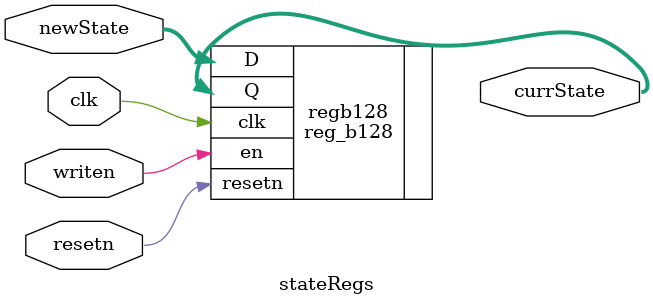
<source format=v>
`timescale 1ns / 1ps


module stateRegs
(
    input wire clk,
    input wire resetn,
    input wire writen,
    input wire [127:0] newState,
    output wire [127:0] currState 
);
      
    reg_b128 regb128 (
        .D(newState),
        .clk(clk), 
        .resetn(resetn),
        .en(writen),
        .Q(currState)
    );
endmodule

</source>
